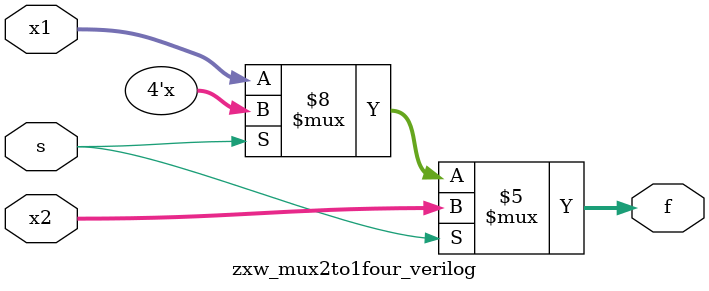
<source format=v>
module zxw_mux2to1four_verilog (x1, x2, s ,f );
  input s;
  input [3:0] x1,x2;
  output reg [3:0] f;
 
  
  always@(x1 or x2 or s)
  
  begin
	if(s==0)
	begin
		f=x1;
	end
	
	if(s==1)
	begin
		f=x2;
	end
	
  end 
  
endmodule 
</source>
